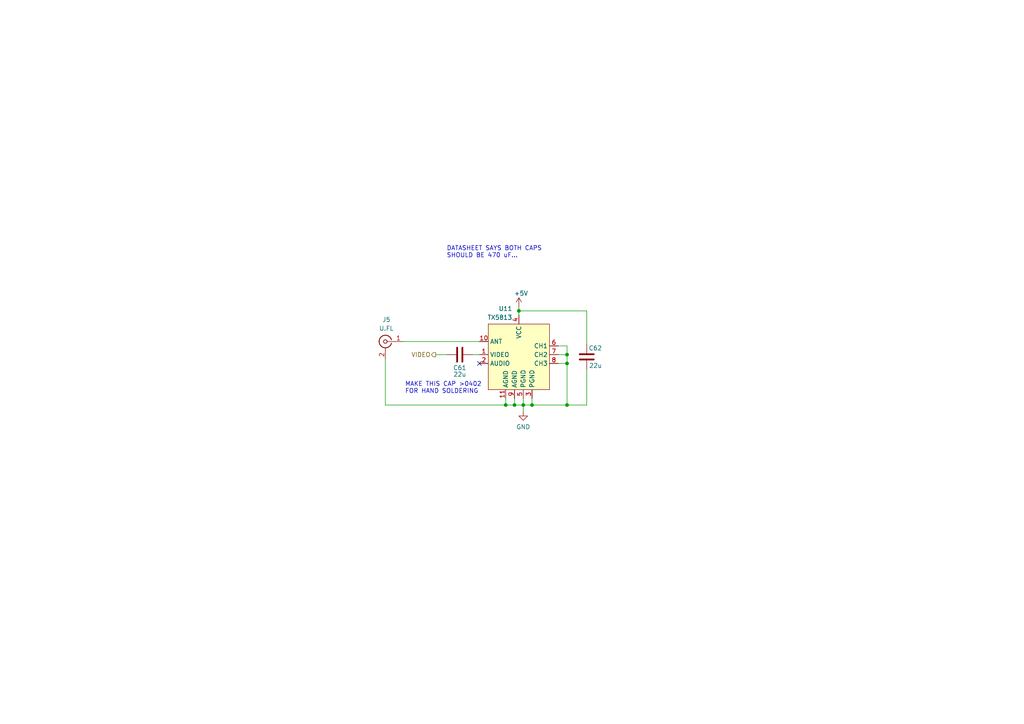
<source format=kicad_sch>
(kicad_sch (version 20230121) (generator eeschema)
  (paper "A4")
  (title_block (title "Video Radio") (date "2023-06-05"))
  (lib_symbols
    (symbol "Capstone:TX5813"
      (property "Reference" "U" (at 6.35 -8.89 0))
      (property "Value" "TX5813" (at 5.08 12.7 0))
      (symbol "TX5813_1_1"
        (rectangle (start -8.89 11.43) (end 8.89 -7.62) (fill (type background)))
        (pin input line (at 11.43 2.54 180) (length 2.54) (name "VIDEO") (number "1"))
        (pin output line (at 11.43 6.35 180) (length 2.54) (name "ANT") (number "10"))
        (pin power_in line (at 3.81 -10.16 90) (length 2.54) (name "AGND") (number "11"))
        (pin input line (at 11.43 0 180) (length 2.54) (name "AUDIO") (number "2"))
        (pin power_in line (at -3.81 -10.16 90) (length 2.54) (name "PGND") (number "3"))
        (pin power_in line (at 0 13.97 270) (length 2.54) (name "VCC") (number "4"))
        (pin power_in line (at -1.27 -10.16 90) (length 2.54) (name "PGND") (number "5"))
        (pin input line (at -11.43 5.08 0) (length 2.54) (name "CH1") (number "6"))
        (pin input line (at -11.43 2.54 0) (length 2.54) (name "CH2") (number "7"))
        (pin input line (at -11.43 0 0) (length 2.54) (name "CH3") (number "8"))
        (pin power_in line (at 1.27 -10.16 90) (length 2.54) (name "AGND") (number "9"))
      )
    )
    (symbol "Connector:Conn_Coaxial" (pin_names (offset 1.016) hide)
      (property "Reference" "J" (at 0.254 3.048 0))
      (property "Value" "Conn_Coaxial" (at 2.921 0 90))
      (symbol "Conn_Coaxial_0_1"
        (arc (start -1.778 -0.508) (mid 0.2311 -1.8066) (end 1.778 0) (stroke (width 0.254)))
        (polyline (pts (xy -2.54 0) (xy -0.508 0)))
        (polyline (pts (xy 0 -2.54) (xy 0 -1.778)))
        (circle (center 0 0) (radius 0.508) (stroke (width 0.2032)))
        (arc (start 1.778 0) (mid 0.2099 1.8101) (end -1.778 0.508) (stroke (width 0.254)))
      )
      (symbol "Conn_Coaxial_1_1"
        (pin passive line (at -5.08 0 0) (length 2.54) (name "In") (number "1"))
        (pin passive line (at 0 -5.08 90) (length 2.54) (name "Ext") (number "2"))
      )
    )
    (symbol "Device:C" (pin_numbers hide) (pin_names (offset 0.254))
      (property "Reference" "C" (at 0.635 2.54 0))
      (property "Value" "C" (at 0.635 -2.54 0))
      (symbol "C_0_1"
        (polyline (pts (xy -2.032 -0.762) (xy 2.032 -0.762)) (stroke (width 0.508)))
        (polyline (pts (xy -2.032 0.762) (xy 2.032 0.762)) (stroke (width 0.508)))
      )
      (symbol "C_1_1"
        (pin passive line (at 0 3.81 270) (length 2.794) (name "~") (number "1"))
        (pin passive line (at 0 -3.81 90) (length 2.794) (name "~") (number "2"))
      )
    )
    (symbol "power:+5V" (power) (pin_names (offset 0))
      (property "Value" "+5V" (at 0 3.556 0))
      (symbol "+5V_0_1"
        (polyline (pts (xy -0.762 1.27) (xy 0 2.54)))
        (polyline (pts (xy 0 0) (xy 0 2.54)))
        (polyline (pts (xy 0 2.54) (xy 0.762 1.27)))
      )
      (symbol "+5V_1_1"
        (pin power_in line (at 0 0 90) (length 0) hide (name "+5V") (number "1"))
      )
    )
    (symbol "power:GND" (power) (pin_names (offset 0))
      (property "Value" "GND" (at 0 -3.81 0))
      (symbol "GND_0_1"
        (polyline (pts (xy 0 0) (xy 0 -1.27) (xy 1.27 -1.27) (xy 0 -2.54) (xy -1.27 -1.27) (xy 0 -1.27)))
      )
      (symbol "GND_1_1"
        (pin power_in line (at 0 0 270) (length 0) hide (name "GND") (number "1"))
      )
    )
  )
  (junction (at 146.685 117.475))
  (junction (at 164.465 117.475))
  (junction (at 149.225 117.475))
  (junction (at 150.495 90.17))
  (junction (at 164.465 105.41))
  (junction (at 154.305 117.475))
  (junction (at 164.465 102.87))
  (junction (at 151.765 117.475))
  (no_connect (at 139.065 105.41))
  (wire (pts (xy 170.18 99.695) (xy 170.18 90.17)))
  (wire (pts (xy 151.765 117.475) (xy 151.765 119.38)))
  (wire (pts (xy 150.495 88.9) (xy 150.495 90.17)))
  (wire (pts (xy 164.465 100.33) (xy 164.465 102.87)))
  (wire (pts (xy 164.465 102.87) (xy 164.465 105.41)))
  (wire (pts (xy 149.225 115.57) (xy 149.225 117.475)))
  (wire (pts (xy 137.16 102.87) (xy 139.065 102.87)))
  (wire (pts (xy 170.18 117.475) (xy 170.18 107.315)))
  (wire (pts (xy 150.495 90.17) (xy 150.495 91.44)))
  (wire (pts (xy 146.685 115.57) (xy 146.685 117.475)))
  (wire (pts (xy 111.76 117.475) (xy 146.685 117.475)))
  (wire (pts (xy 151.765 117.475) (xy 154.305 117.475)))
  (wire (pts (xy 170.18 90.17) (xy 150.495 90.17)))
  (wire (pts (xy 126.365 102.87) (xy 129.54 102.87)))
  (wire (pts (xy 111.76 104.14) (xy 111.76 117.475)))
  (wire (pts (xy 116.84 99.06) (xy 139.065 99.06)))
  (wire (pts (xy 161.925 100.33) (xy 164.465 100.33)))
  (wire (pts (xy 164.465 105.41) (xy 164.465 117.475)))
  (wire (pts (xy 151.765 115.57) (xy 151.765 117.475)))
  (wire (pts (xy 154.305 117.475) (xy 164.465 117.475)))
  (wire (pts (xy 161.925 102.87) (xy 164.465 102.87)))
  (wire (pts (xy 161.925 105.41) (xy 164.465 105.41)))
  (wire (pts (xy 149.225 117.475) (xy 151.765 117.475)))
  (wire (pts (xy 146.685 117.475) (xy 149.225 117.475)))
  (wire (pts (xy 164.465 117.475) (xy 170.18 117.475)))
  (wire (pts (xy 154.305 117.475) (xy 154.305 115.57)))
  (text "MAKE THIS CAP >0402\nFOR HAND SOLDERING" (at 117.475 114.3 0) (effects (font (size 1.27 1.27)) (justify left bottom)))
  (text "DATASHEET SAYS BOTH CAPS\nSHOULD BE 470 uF..." (at 129.54 74.93 0) (effects (font (size 1.27 1.27)) (justify left bottom)))
  (hierarchical_label "VIDEO" (shape output) (at 126.365 102.87 180))
  (symbol (lib_id "Device:C") (at 170.18 103.505 0) (mirror y) (unit 1)
    (property "Reference" "C62" (at 174.625 100.965 0) (effects (justify left)))
    (property "Value" "22u" (at 174.625 106.045 0) (effects (justify left)))
    (property "Footprint" "Capacitor_SMD:C_0805_2012Metric" (effects hide))
    (instances (project "low-power" (path "" (reference "C62") (unit 1)) (path "" (reference "C302") (unit 1))))
  )
  (symbol (lib_id "power:+5V") (at 150.495 88.9 0) (mirror y) (unit 1)
    (property "Reference" "#PWR045" (effects hide))
    (property "Value" "+5V" (at 151.13 85.09 0))
    (instances (project "low-power" (path "" (reference "#PWR045") (unit 1)) (path "" (reference "#PWR0301") (unit 1))))
  )
  (symbol (lib_id "Connector:Conn_Coaxial") (at 111.76 99.06 0) (mirror y) (unit 1)
    (property "Reference" "J5" (at 112.0774 92.71 0))
    (property "Value" "U.FL" (at 112.0774 95.25 0))
    (property "Footprint" "capstone:U.FL-R-SMT-1(60)" (effects hide))
    (property "Datasheet" " ~" (effects hide))
    (instances (project "low-power" (path "" (reference "J5") (unit 1)) (path "" (reference "J301") (unit 1))))
  )
  (symbol (lib_id "power:GND") (at 151.765 119.38 0) (mirror y) (unit 1)
    (property "Reference" "#PWR062" (effects hide))
    (property "Value" "GND" (at 151.765 123.825 0))
    (instances (project "low-power" (path "" (reference "#PWR062") (unit 1)) (path "" (reference "#PWR0302") (unit 1))))
  )
  (symbol (lib_id "Capstone:TX5813") (at 150.495 105.41 0) (mirror y) (unit 1)
    (property "Reference" "U11" (at 148.59 89.535 0) (effects (justify left)))
    (property "Value" "TX5813" (at 148.59 92.075 0) (effects (justify left)))
    (property "Footprint" "capstone:TX5813" (effects hide))
    (instances (project "low-power" (path "" (reference "U11") (unit 1)) (path "" (reference "U301") (unit 1))))
  )
  (symbol (lib_id "Device:C") (at 133.35 102.87 270) (mirror x) (unit 1)
    (property "Reference" "C61" (at 133.35 106.68 90))
    (property "Value" "22u" (at 133.35 108.585 90))
    (property "Footprint" "Capacitor_SMD:C_0603_1608Metric" (effects hide))
    (instances (project "low-power" (path "" (reference "C61") (unit 1)) (path "" (reference "C301") (unit 1))))
  )
)
</source>
